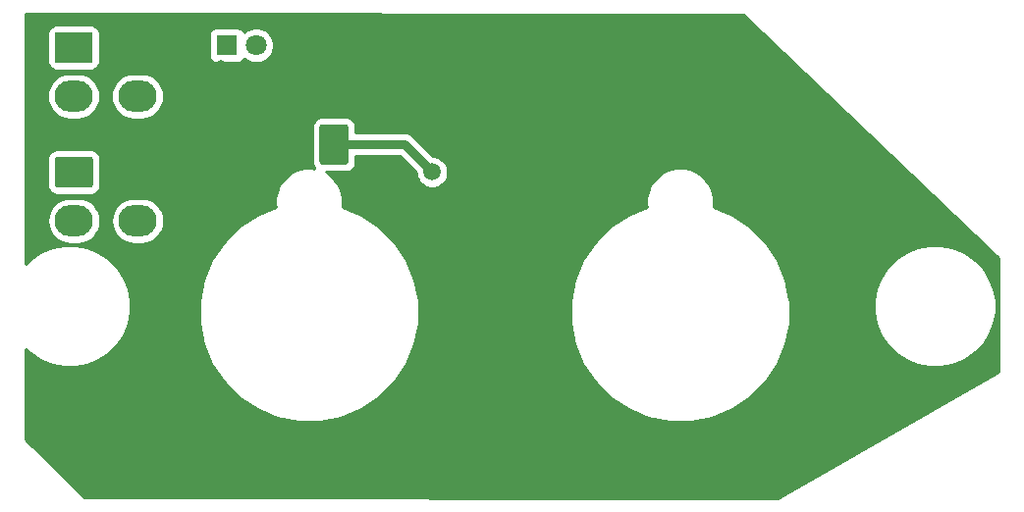
<source format=gbr>
G04 #@! TF.GenerationSoftware,KiCad,Pcbnew,(5.1.6)-1*
G04 #@! TF.CreationDate,2021-02-10T23:04:56+11:00*
G04 #@! TF.ProjectId,ANT SEL Panel PCB V2,414e5420-5345-44c2-9050-616e656c2050,rev?*
G04 #@! TF.SameCoordinates,Original*
G04 #@! TF.FileFunction,Copper,L2,Bot*
G04 #@! TF.FilePolarity,Positive*
%FSLAX46Y46*%
G04 Gerber Fmt 4.6, Leading zero omitted, Abs format (unit mm)*
G04 Created by KiCad (PCBNEW (5.1.6)-1) date 2021-02-10 23:04:56*
%MOMM*%
%LPD*%
G01*
G04 APERTURE LIST*
G04 #@! TA.AperFunction,ComponentPad*
%ADD10O,3.300000X2.700000*%
G04 #@! TD*
G04 #@! TA.AperFunction,ComponentPad*
%ADD11C,1.800000*%
G04 #@! TD*
G04 #@! TA.AperFunction,ComponentPad*
%ADD12R,1.800000X1.800000*%
G04 #@! TD*
G04 #@! TA.AperFunction,ViaPad*
%ADD13C,0.800000*%
G04 #@! TD*
G04 #@! TA.AperFunction,ViaPad*
%ADD14C,1.500000*%
G04 #@! TD*
G04 #@! TA.AperFunction,Conductor*
%ADD15C,0.750000*%
G04 #@! TD*
G04 #@! TA.AperFunction,Conductor*
%ADD16C,0.254000*%
G04 #@! TD*
G04 APERTURE END LIST*
D10*
G04 #@! TO.P,J2,4*
G04 #@! TO.N,/DATAOUT*
X87930620Y-56889760D03*
G04 #@! TO.P,J2,3*
G04 #@! TO.N,/LEDGND*
X87930620Y-52689760D03*
G04 #@! TO.P,J2,2*
G04 #@! TO.N,/LED+5V*
X82430620Y-56889760D03*
G04 #@! TO.P,J2,1*
G04 #@! TA.AperFunction,ComponentPad*
G36*
G01*
X81030621Y-51339760D02*
X83830619Y-51339760D01*
G75*
G02*
X84080620Y-51589761I0J-250001D01*
G01*
X84080620Y-53789759D01*
G75*
G02*
X83830619Y-54039760I-250001J0D01*
G01*
X81030621Y-54039760D01*
G75*
G02*
X80780620Y-53789759I0J250001D01*
G01*
X80780620Y-51589761D01*
G75*
G02*
X81030621Y-51339760I250001J0D01*
G01*
G37*
G04 #@! TD.AperFunction*
G04 #@! TD*
G04 #@! TO.P,J1,4*
G04 #@! TO.N,/DATAIN*
X87905220Y-46137940D03*
G04 #@! TO.P,J1,3*
G04 #@! TO.N,/LEDGND*
X87905220Y-41937940D03*
G04 #@! TO.P,J1,2*
G04 #@! TO.N,/LED+5V*
X82405220Y-46137940D03*
G04 #@! TO.P,J1,1*
G04 #@! TA.AperFunction,ComponentPad*
G36*
G01*
X81005221Y-40587940D02*
X83805219Y-40587940D01*
G75*
G02*
X84055220Y-40837941I0J-250001D01*
G01*
X84055220Y-43037939D01*
G75*
G02*
X83805219Y-43287940I-250001J0D01*
G01*
X81005221Y-43287940D01*
G75*
G02*
X80755220Y-43037939I0J250001D01*
G01*
X80755220Y-40837941D01*
G75*
G02*
X81005221Y-40587940I250001J0D01*
G01*
G37*
G04 #@! TD.AperFunction*
G04 #@! TD*
D11*
G04 #@! TO.P,D14,2*
G04 #@! TO.N,/LED+5V*
X98150000Y-41750000D03*
D12*
G04 #@! TO.P,D14,1*
G04 #@! TO.N,Net-(D14-Pad1)*
X95610000Y-41750000D03*
G04 #@! TD*
G04 #@! TO.P,C1,2*
G04 #@! TO.N,/LEDGND*
G04 #@! TA.AperFunction,SMDPad,CuDef*
G36*
G01*
X105850000Y-45550000D02*
X103850000Y-45550000D01*
G75*
G02*
X103600000Y-45300000I0J250000D01*
G01*
X103600000Y-42300000D01*
G75*
G02*
X103850000Y-42050000I250000J0D01*
G01*
X105850000Y-42050000D01*
G75*
G02*
X106100000Y-42300000I0J-250000D01*
G01*
X106100000Y-45300000D01*
G75*
G02*
X105850000Y-45550000I-250000J0D01*
G01*
G37*
G04 #@! TD.AperFunction*
G04 #@! TO.P,C1,1*
G04 #@! TO.N,/LED+5V*
G04 #@! TA.AperFunction,SMDPad,CuDef*
G36*
G01*
X105850000Y-52050000D02*
X103850000Y-52050000D01*
G75*
G02*
X103600000Y-51800000I0J250000D01*
G01*
X103600000Y-48800000D01*
G75*
G02*
X103850000Y-48550000I250000J0D01*
G01*
X105850000Y-48550000D01*
G75*
G02*
X106100000Y-48800000I0J-250000D01*
G01*
X106100000Y-51800000D01*
G75*
G02*
X105850000Y-52050000I-250000J0D01*
G01*
G37*
G04 #@! TD.AperFunction*
G04 #@! TD*
D13*
G04 #@! TO.N,/LEDGND*
X112524240Y-47086820D03*
X112623600Y-44361100D03*
X120291860Y-44602400D03*
X127589280Y-44663360D03*
X138897360Y-50360580D03*
X144447260Y-56715660D03*
X133728460Y-78181200D03*
X110837980Y-77518260D03*
X101510200Y-78842500D03*
X93078300Y-72771000D03*
X97840800Y-46743620D03*
X104294940Y-46222920D03*
X127073660Y-51531520D03*
X95074740Y-43426380D03*
X144505680Y-76344780D03*
D14*
G04 #@! TO.N,/LED+5V*
X113309400Y-52677060D03*
G04 #@! TD*
D15*
G04 #@! TO.N,/LED+5V*
X104850000Y-50300000D02*
X104850000Y-50910560D01*
X104850000Y-50300000D02*
X110932340Y-50300000D01*
X110932340Y-50300000D02*
X113309400Y-52677060D01*
X113309400Y-52677060D02*
X113309400Y-52677060D01*
G04 #@! TD*
D16*
G04 #@! TO.N,/LEDGND*
G36*
X140174330Y-39109453D02*
G01*
X162129000Y-60134851D01*
X162129001Y-69910574D01*
X143073640Y-80848846D01*
X83341063Y-80798439D01*
X78285000Y-75765351D01*
X78285000Y-67942907D01*
X78696679Y-68354586D01*
X79560973Y-68932090D01*
X80521326Y-69329881D01*
X81540831Y-69532673D01*
X82580309Y-69532673D01*
X83599814Y-69329881D01*
X84560167Y-68932090D01*
X85424461Y-68354586D01*
X86159483Y-67619564D01*
X86736987Y-66755270D01*
X87134778Y-65794917D01*
X87337570Y-64775412D01*
X87337570Y-63830270D01*
X93221070Y-63830270D01*
X93221070Y-65697076D01*
X93585266Y-67528012D01*
X94299662Y-69252716D01*
X95336804Y-70804908D01*
X96656835Y-72124939D01*
X98209027Y-73162081D01*
X99933731Y-73876477D01*
X101764667Y-74240673D01*
X103631473Y-74240673D01*
X105462409Y-73876477D01*
X107187113Y-73162081D01*
X108739305Y-72124939D01*
X110059336Y-70804908D01*
X111096478Y-69252716D01*
X111810874Y-67528012D01*
X112175070Y-65697076D01*
X112175070Y-63830270D01*
X125225070Y-63830270D01*
X125225070Y-65697076D01*
X125589266Y-67528012D01*
X126303662Y-69252716D01*
X127340804Y-70804908D01*
X128660835Y-72124939D01*
X130213027Y-73162081D01*
X131937731Y-73876477D01*
X133768667Y-74240673D01*
X135635473Y-74240673D01*
X137466409Y-73876477D01*
X139191113Y-73162081D01*
X140743305Y-72124939D01*
X142063336Y-70804908D01*
X143100478Y-69252716D01*
X143814874Y-67528012D01*
X144179070Y-65697076D01*
X144179070Y-63830270D01*
X144160306Y-63735934D01*
X151396070Y-63735934D01*
X151396070Y-64775412D01*
X151598862Y-65794917D01*
X151996653Y-66755270D01*
X152574157Y-67619564D01*
X153309179Y-68354586D01*
X154173473Y-68932090D01*
X155133826Y-69329881D01*
X156153331Y-69532673D01*
X157192809Y-69532673D01*
X158212314Y-69329881D01*
X159172667Y-68932090D01*
X160036961Y-68354586D01*
X160771983Y-67619564D01*
X161349487Y-66755270D01*
X161747278Y-65794917D01*
X161950070Y-64775412D01*
X161950070Y-63735934D01*
X161747278Y-62716429D01*
X161349487Y-61756076D01*
X160771983Y-60891782D01*
X160036961Y-60156760D01*
X159172667Y-59579256D01*
X158212314Y-59181465D01*
X157192809Y-58978673D01*
X156153331Y-58978673D01*
X155133826Y-59181465D01*
X154173473Y-59579256D01*
X153309179Y-60156760D01*
X152574157Y-60891782D01*
X151996653Y-61756076D01*
X151598862Y-62716429D01*
X151396070Y-63735934D01*
X144160306Y-63735934D01*
X143814874Y-61999334D01*
X143100478Y-60274630D01*
X142063336Y-58722438D01*
X140743305Y-57402407D01*
X139191113Y-56365265D01*
X137580729Y-55698222D01*
X137615070Y-55525578D01*
X137615070Y-54951768D01*
X137503125Y-54388982D01*
X137283537Y-53858850D01*
X136964745Y-53381744D01*
X136558999Y-52975998D01*
X136081893Y-52657206D01*
X135551761Y-52437618D01*
X134988975Y-52325673D01*
X134415165Y-52325673D01*
X133852379Y-52437618D01*
X133322247Y-52657206D01*
X132845141Y-52975998D01*
X132439395Y-53381744D01*
X132120603Y-53858850D01*
X131901015Y-54388982D01*
X131789070Y-54951768D01*
X131789070Y-55525578D01*
X131823411Y-55698222D01*
X130213027Y-56365265D01*
X128660835Y-57402407D01*
X127340804Y-58722438D01*
X126303662Y-60274630D01*
X125589266Y-61999334D01*
X125225070Y-63830270D01*
X112175070Y-63830270D01*
X111810874Y-61999334D01*
X111096478Y-60274630D01*
X110059336Y-58722438D01*
X108739305Y-57402407D01*
X107187113Y-56365265D01*
X105576729Y-55698222D01*
X105611070Y-55525578D01*
X105611070Y-54951768D01*
X105499125Y-54388982D01*
X105279537Y-53858850D01*
X104960745Y-53381744D01*
X104554999Y-52975998D01*
X104124087Y-52688072D01*
X105850000Y-52688072D01*
X106023254Y-52671008D01*
X106189850Y-52620472D01*
X106343386Y-52538405D01*
X106477962Y-52427962D01*
X106588405Y-52293386D01*
X106670472Y-52139850D01*
X106721008Y-51973254D01*
X106738072Y-51800000D01*
X106738072Y-51310000D01*
X110513985Y-51310000D01*
X111924400Y-52720416D01*
X111924400Y-52813471D01*
X111977625Y-53081049D01*
X112082029Y-53333103D01*
X112233601Y-53559946D01*
X112426514Y-53752859D01*
X112653357Y-53904431D01*
X112905411Y-54008835D01*
X113172989Y-54062060D01*
X113445811Y-54062060D01*
X113713389Y-54008835D01*
X113965443Y-53904431D01*
X114192286Y-53752859D01*
X114385199Y-53559946D01*
X114536771Y-53333103D01*
X114641175Y-53081049D01*
X114694400Y-52813471D01*
X114694400Y-52540649D01*
X114641175Y-52273071D01*
X114536771Y-52021017D01*
X114385199Y-51794174D01*
X114192286Y-51601261D01*
X113965443Y-51449689D01*
X113713389Y-51345285D01*
X113445811Y-51292060D01*
X113352756Y-51292060D01*
X111681601Y-49620906D01*
X111649973Y-49582367D01*
X111496180Y-49456153D01*
X111320720Y-49362368D01*
X111130334Y-49304615D01*
X110981948Y-49290000D01*
X110932340Y-49285114D01*
X110882732Y-49290000D01*
X106738072Y-49290000D01*
X106738072Y-48800000D01*
X106721008Y-48626746D01*
X106670472Y-48460150D01*
X106588405Y-48306614D01*
X106477962Y-48172038D01*
X106343386Y-48061595D01*
X106189850Y-47979528D01*
X106023254Y-47928992D01*
X105850000Y-47911928D01*
X103850000Y-47911928D01*
X103676746Y-47928992D01*
X103510150Y-47979528D01*
X103356614Y-48061595D01*
X103222038Y-48172038D01*
X103111595Y-48306614D01*
X103029528Y-48460150D01*
X102978992Y-48626746D01*
X102961928Y-48800000D01*
X102961928Y-51800000D01*
X102978992Y-51973254D01*
X103029528Y-52139850D01*
X103111595Y-52293386D01*
X103167964Y-52362072D01*
X102984975Y-52325673D01*
X102411165Y-52325673D01*
X101848379Y-52437618D01*
X101318247Y-52657206D01*
X100841141Y-52975998D01*
X100435395Y-53381744D01*
X100116603Y-53858850D01*
X99897015Y-54388982D01*
X99785070Y-54951768D01*
X99785070Y-55525578D01*
X99819411Y-55698222D01*
X98209027Y-56365265D01*
X96656835Y-57402407D01*
X95336804Y-58722438D01*
X94299662Y-60274630D01*
X93585266Y-61999334D01*
X93221070Y-63830270D01*
X87337570Y-63830270D01*
X87337570Y-63735934D01*
X87134778Y-62716429D01*
X86736987Y-61756076D01*
X86159483Y-60891782D01*
X85424461Y-60156760D01*
X84560167Y-59579256D01*
X83599814Y-59181465D01*
X82580309Y-58978673D01*
X81540831Y-58978673D01*
X80521326Y-59181465D01*
X79560973Y-59579256D01*
X78696679Y-60156760D01*
X78285000Y-60568439D01*
X78285000Y-56889760D01*
X80136016Y-56889760D01*
X80174342Y-57278888D01*
X80287846Y-57653062D01*
X80472167Y-57997903D01*
X80720222Y-58300158D01*
X81022477Y-58548213D01*
X81367318Y-58732534D01*
X81741492Y-58846038D01*
X82033110Y-58874760D01*
X82828130Y-58874760D01*
X83119748Y-58846038D01*
X83493922Y-58732534D01*
X83838763Y-58548213D01*
X84141018Y-58300158D01*
X84389073Y-57997903D01*
X84573394Y-57653062D01*
X84686898Y-57278888D01*
X84725224Y-56889760D01*
X85636016Y-56889760D01*
X85674342Y-57278888D01*
X85787846Y-57653062D01*
X85972167Y-57997903D01*
X86220222Y-58300158D01*
X86522477Y-58548213D01*
X86867318Y-58732534D01*
X87241492Y-58846038D01*
X87533110Y-58874760D01*
X88328130Y-58874760D01*
X88619748Y-58846038D01*
X88993922Y-58732534D01*
X89338763Y-58548213D01*
X89641018Y-58300158D01*
X89889073Y-57997903D01*
X90073394Y-57653062D01*
X90186898Y-57278888D01*
X90225224Y-56889760D01*
X90186898Y-56500632D01*
X90073394Y-56126458D01*
X89889073Y-55781617D01*
X89641018Y-55479362D01*
X89338763Y-55231307D01*
X88993922Y-55046986D01*
X88619748Y-54933482D01*
X88328130Y-54904760D01*
X87533110Y-54904760D01*
X87241492Y-54933482D01*
X86867318Y-55046986D01*
X86522477Y-55231307D01*
X86220222Y-55479362D01*
X85972167Y-55781617D01*
X85787846Y-56126458D01*
X85674342Y-56500632D01*
X85636016Y-56889760D01*
X84725224Y-56889760D01*
X84686898Y-56500632D01*
X84573394Y-56126458D01*
X84389073Y-55781617D01*
X84141018Y-55479362D01*
X83838763Y-55231307D01*
X83493922Y-55046986D01*
X83119748Y-54933482D01*
X82828130Y-54904760D01*
X82033110Y-54904760D01*
X81741492Y-54933482D01*
X81367318Y-55046986D01*
X81022477Y-55231307D01*
X80720222Y-55479362D01*
X80472167Y-55781617D01*
X80287846Y-56126458D01*
X80174342Y-56500632D01*
X80136016Y-56889760D01*
X78285000Y-56889760D01*
X78285000Y-51589761D01*
X80142548Y-51589761D01*
X80142548Y-53789759D01*
X80159612Y-53963013D01*
X80210149Y-54129610D01*
X80292215Y-54283146D01*
X80402659Y-54417721D01*
X80537234Y-54528165D01*
X80690770Y-54610231D01*
X80857367Y-54660768D01*
X81030621Y-54677832D01*
X83830619Y-54677832D01*
X84003873Y-54660768D01*
X84170470Y-54610231D01*
X84324006Y-54528165D01*
X84458581Y-54417721D01*
X84569025Y-54283146D01*
X84651091Y-54129610D01*
X84701628Y-53963013D01*
X84718692Y-53789759D01*
X84718692Y-51589761D01*
X84701628Y-51416507D01*
X84651091Y-51249910D01*
X84569025Y-51096374D01*
X84458581Y-50961799D01*
X84324006Y-50851355D01*
X84170470Y-50769289D01*
X84003873Y-50718752D01*
X83830619Y-50701688D01*
X81030621Y-50701688D01*
X80857367Y-50718752D01*
X80690770Y-50769289D01*
X80537234Y-50851355D01*
X80402659Y-50961799D01*
X80292215Y-51096374D01*
X80210149Y-51249910D01*
X80159612Y-51416507D01*
X80142548Y-51589761D01*
X78285000Y-51589761D01*
X78285000Y-46137940D01*
X80110616Y-46137940D01*
X80148942Y-46527068D01*
X80262446Y-46901242D01*
X80446767Y-47246083D01*
X80694822Y-47548338D01*
X80997077Y-47796393D01*
X81341918Y-47980714D01*
X81716092Y-48094218D01*
X82007710Y-48122940D01*
X82802730Y-48122940D01*
X83094348Y-48094218D01*
X83468522Y-47980714D01*
X83813363Y-47796393D01*
X84115618Y-47548338D01*
X84363673Y-47246083D01*
X84547994Y-46901242D01*
X84661498Y-46527068D01*
X84699824Y-46137940D01*
X85610616Y-46137940D01*
X85648942Y-46527068D01*
X85762446Y-46901242D01*
X85946767Y-47246083D01*
X86194822Y-47548338D01*
X86497077Y-47796393D01*
X86841918Y-47980714D01*
X87216092Y-48094218D01*
X87507710Y-48122940D01*
X88302730Y-48122940D01*
X88594348Y-48094218D01*
X88968522Y-47980714D01*
X89313363Y-47796393D01*
X89615618Y-47548338D01*
X89863673Y-47246083D01*
X90047994Y-46901242D01*
X90161498Y-46527068D01*
X90199824Y-46137940D01*
X90161498Y-45748812D01*
X90047994Y-45374638D01*
X89863673Y-45029797D01*
X89615618Y-44727542D01*
X89313363Y-44479487D01*
X88968522Y-44295166D01*
X88594348Y-44181662D01*
X88302730Y-44152940D01*
X87507710Y-44152940D01*
X87216092Y-44181662D01*
X86841918Y-44295166D01*
X86497077Y-44479487D01*
X86194822Y-44727542D01*
X85946767Y-45029797D01*
X85762446Y-45374638D01*
X85648942Y-45748812D01*
X85610616Y-46137940D01*
X84699824Y-46137940D01*
X84661498Y-45748812D01*
X84547994Y-45374638D01*
X84363673Y-45029797D01*
X84115618Y-44727542D01*
X83813363Y-44479487D01*
X83468522Y-44295166D01*
X83094348Y-44181662D01*
X82802730Y-44152940D01*
X82007710Y-44152940D01*
X81716092Y-44181662D01*
X81341918Y-44295166D01*
X80997077Y-44479487D01*
X80694822Y-44727542D01*
X80446767Y-45029797D01*
X80262446Y-45374638D01*
X80148942Y-45748812D01*
X80110616Y-46137940D01*
X78285000Y-46137940D01*
X78285000Y-40837941D01*
X80117148Y-40837941D01*
X80117148Y-43037939D01*
X80134212Y-43211193D01*
X80184749Y-43377790D01*
X80266815Y-43531326D01*
X80377259Y-43665901D01*
X80511834Y-43776345D01*
X80665370Y-43858411D01*
X80831967Y-43908948D01*
X81005221Y-43926012D01*
X83805219Y-43926012D01*
X83978473Y-43908948D01*
X84145070Y-43858411D01*
X84298606Y-43776345D01*
X84433181Y-43665901D01*
X84543625Y-43531326D01*
X84625691Y-43377790D01*
X84676228Y-43211193D01*
X84693292Y-43037939D01*
X84693292Y-40850000D01*
X94071928Y-40850000D01*
X94071928Y-42650000D01*
X94084188Y-42774482D01*
X94120498Y-42894180D01*
X94179463Y-43004494D01*
X94258815Y-43101185D01*
X94355506Y-43180537D01*
X94465820Y-43239502D01*
X94585518Y-43275812D01*
X94710000Y-43288072D01*
X96510000Y-43288072D01*
X96634482Y-43275812D01*
X96754180Y-43239502D01*
X96864494Y-43180537D01*
X96961185Y-43101185D01*
X97040537Y-43004494D01*
X97099502Y-42894180D01*
X97105056Y-42875873D01*
X97171495Y-42942312D01*
X97422905Y-43110299D01*
X97702257Y-43226011D01*
X97998816Y-43285000D01*
X98301184Y-43285000D01*
X98597743Y-43226011D01*
X98877095Y-43110299D01*
X99128505Y-42942312D01*
X99342312Y-42728505D01*
X99510299Y-42477095D01*
X99626011Y-42197743D01*
X99685000Y-41901184D01*
X99685000Y-41598816D01*
X99626011Y-41302257D01*
X99510299Y-41022905D01*
X99342312Y-40771495D01*
X99128505Y-40557688D01*
X98877095Y-40389701D01*
X98597743Y-40273989D01*
X98301184Y-40215000D01*
X97998816Y-40215000D01*
X97702257Y-40273989D01*
X97422905Y-40389701D01*
X97171495Y-40557688D01*
X97105056Y-40624127D01*
X97099502Y-40605820D01*
X97040537Y-40495506D01*
X96961185Y-40398815D01*
X96864494Y-40319463D01*
X96754180Y-40260498D01*
X96634482Y-40224188D01*
X96510000Y-40211928D01*
X94710000Y-40211928D01*
X94585518Y-40224188D01*
X94465820Y-40260498D01*
X94355506Y-40319463D01*
X94258815Y-40398815D01*
X94179463Y-40495506D01*
X94120498Y-40605820D01*
X94084188Y-40725518D01*
X94071928Y-40850000D01*
X84693292Y-40850000D01*
X84693292Y-40837941D01*
X84676228Y-40664687D01*
X84625691Y-40498090D01*
X84543625Y-40344554D01*
X84433181Y-40209979D01*
X84298606Y-40099535D01*
X84145070Y-40017469D01*
X83978473Y-39966932D01*
X83805219Y-39949868D01*
X81005221Y-39949868D01*
X80831967Y-39966932D01*
X80665370Y-40017469D01*
X80511834Y-40099535D01*
X80377259Y-40209979D01*
X80266815Y-40344554D01*
X80184749Y-40498090D01*
X80134212Y-40664687D01*
X80117148Y-40837941D01*
X78285000Y-40837941D01*
X78285000Y-38986363D01*
X140174330Y-39109453D01*
G37*
X140174330Y-39109453D02*
X162129000Y-60134851D01*
X162129001Y-69910574D01*
X143073640Y-80848846D01*
X83341063Y-80798439D01*
X78285000Y-75765351D01*
X78285000Y-67942907D01*
X78696679Y-68354586D01*
X79560973Y-68932090D01*
X80521326Y-69329881D01*
X81540831Y-69532673D01*
X82580309Y-69532673D01*
X83599814Y-69329881D01*
X84560167Y-68932090D01*
X85424461Y-68354586D01*
X86159483Y-67619564D01*
X86736987Y-66755270D01*
X87134778Y-65794917D01*
X87337570Y-64775412D01*
X87337570Y-63830270D01*
X93221070Y-63830270D01*
X93221070Y-65697076D01*
X93585266Y-67528012D01*
X94299662Y-69252716D01*
X95336804Y-70804908D01*
X96656835Y-72124939D01*
X98209027Y-73162081D01*
X99933731Y-73876477D01*
X101764667Y-74240673D01*
X103631473Y-74240673D01*
X105462409Y-73876477D01*
X107187113Y-73162081D01*
X108739305Y-72124939D01*
X110059336Y-70804908D01*
X111096478Y-69252716D01*
X111810874Y-67528012D01*
X112175070Y-65697076D01*
X112175070Y-63830270D01*
X125225070Y-63830270D01*
X125225070Y-65697076D01*
X125589266Y-67528012D01*
X126303662Y-69252716D01*
X127340804Y-70804908D01*
X128660835Y-72124939D01*
X130213027Y-73162081D01*
X131937731Y-73876477D01*
X133768667Y-74240673D01*
X135635473Y-74240673D01*
X137466409Y-73876477D01*
X139191113Y-73162081D01*
X140743305Y-72124939D01*
X142063336Y-70804908D01*
X143100478Y-69252716D01*
X143814874Y-67528012D01*
X144179070Y-65697076D01*
X144179070Y-63830270D01*
X144160306Y-63735934D01*
X151396070Y-63735934D01*
X151396070Y-64775412D01*
X151598862Y-65794917D01*
X151996653Y-66755270D01*
X152574157Y-67619564D01*
X153309179Y-68354586D01*
X154173473Y-68932090D01*
X155133826Y-69329881D01*
X156153331Y-69532673D01*
X157192809Y-69532673D01*
X158212314Y-69329881D01*
X159172667Y-68932090D01*
X160036961Y-68354586D01*
X160771983Y-67619564D01*
X161349487Y-66755270D01*
X161747278Y-65794917D01*
X161950070Y-64775412D01*
X161950070Y-63735934D01*
X161747278Y-62716429D01*
X161349487Y-61756076D01*
X160771983Y-60891782D01*
X160036961Y-60156760D01*
X159172667Y-59579256D01*
X158212314Y-59181465D01*
X157192809Y-58978673D01*
X156153331Y-58978673D01*
X155133826Y-59181465D01*
X154173473Y-59579256D01*
X153309179Y-60156760D01*
X152574157Y-60891782D01*
X151996653Y-61756076D01*
X151598862Y-62716429D01*
X151396070Y-63735934D01*
X144160306Y-63735934D01*
X143814874Y-61999334D01*
X143100478Y-60274630D01*
X142063336Y-58722438D01*
X140743305Y-57402407D01*
X139191113Y-56365265D01*
X137580729Y-55698222D01*
X137615070Y-55525578D01*
X137615070Y-54951768D01*
X137503125Y-54388982D01*
X137283537Y-53858850D01*
X136964745Y-53381744D01*
X136558999Y-52975998D01*
X136081893Y-52657206D01*
X135551761Y-52437618D01*
X134988975Y-52325673D01*
X134415165Y-52325673D01*
X133852379Y-52437618D01*
X133322247Y-52657206D01*
X132845141Y-52975998D01*
X132439395Y-53381744D01*
X132120603Y-53858850D01*
X131901015Y-54388982D01*
X131789070Y-54951768D01*
X131789070Y-55525578D01*
X131823411Y-55698222D01*
X130213027Y-56365265D01*
X128660835Y-57402407D01*
X127340804Y-58722438D01*
X126303662Y-60274630D01*
X125589266Y-61999334D01*
X125225070Y-63830270D01*
X112175070Y-63830270D01*
X111810874Y-61999334D01*
X111096478Y-60274630D01*
X110059336Y-58722438D01*
X108739305Y-57402407D01*
X107187113Y-56365265D01*
X105576729Y-55698222D01*
X105611070Y-55525578D01*
X105611070Y-54951768D01*
X105499125Y-54388982D01*
X105279537Y-53858850D01*
X104960745Y-53381744D01*
X104554999Y-52975998D01*
X104124087Y-52688072D01*
X105850000Y-52688072D01*
X106023254Y-52671008D01*
X106189850Y-52620472D01*
X106343386Y-52538405D01*
X106477962Y-52427962D01*
X106588405Y-52293386D01*
X106670472Y-52139850D01*
X106721008Y-51973254D01*
X106738072Y-51800000D01*
X106738072Y-51310000D01*
X110513985Y-51310000D01*
X111924400Y-52720416D01*
X111924400Y-52813471D01*
X111977625Y-53081049D01*
X112082029Y-53333103D01*
X112233601Y-53559946D01*
X112426514Y-53752859D01*
X112653357Y-53904431D01*
X112905411Y-54008835D01*
X113172989Y-54062060D01*
X113445811Y-54062060D01*
X113713389Y-54008835D01*
X113965443Y-53904431D01*
X114192286Y-53752859D01*
X114385199Y-53559946D01*
X114536771Y-53333103D01*
X114641175Y-53081049D01*
X114694400Y-52813471D01*
X114694400Y-52540649D01*
X114641175Y-52273071D01*
X114536771Y-52021017D01*
X114385199Y-51794174D01*
X114192286Y-51601261D01*
X113965443Y-51449689D01*
X113713389Y-51345285D01*
X113445811Y-51292060D01*
X113352756Y-51292060D01*
X111681601Y-49620906D01*
X111649973Y-49582367D01*
X111496180Y-49456153D01*
X111320720Y-49362368D01*
X111130334Y-49304615D01*
X110981948Y-49290000D01*
X110932340Y-49285114D01*
X110882732Y-49290000D01*
X106738072Y-49290000D01*
X106738072Y-48800000D01*
X106721008Y-48626746D01*
X106670472Y-48460150D01*
X106588405Y-48306614D01*
X106477962Y-48172038D01*
X106343386Y-48061595D01*
X106189850Y-47979528D01*
X106023254Y-47928992D01*
X105850000Y-47911928D01*
X103850000Y-47911928D01*
X103676746Y-47928992D01*
X103510150Y-47979528D01*
X103356614Y-48061595D01*
X103222038Y-48172038D01*
X103111595Y-48306614D01*
X103029528Y-48460150D01*
X102978992Y-48626746D01*
X102961928Y-48800000D01*
X102961928Y-51800000D01*
X102978992Y-51973254D01*
X103029528Y-52139850D01*
X103111595Y-52293386D01*
X103167964Y-52362072D01*
X102984975Y-52325673D01*
X102411165Y-52325673D01*
X101848379Y-52437618D01*
X101318247Y-52657206D01*
X100841141Y-52975998D01*
X100435395Y-53381744D01*
X100116603Y-53858850D01*
X99897015Y-54388982D01*
X99785070Y-54951768D01*
X99785070Y-55525578D01*
X99819411Y-55698222D01*
X98209027Y-56365265D01*
X96656835Y-57402407D01*
X95336804Y-58722438D01*
X94299662Y-60274630D01*
X93585266Y-61999334D01*
X93221070Y-63830270D01*
X87337570Y-63830270D01*
X87337570Y-63735934D01*
X87134778Y-62716429D01*
X86736987Y-61756076D01*
X86159483Y-60891782D01*
X85424461Y-60156760D01*
X84560167Y-59579256D01*
X83599814Y-59181465D01*
X82580309Y-58978673D01*
X81540831Y-58978673D01*
X80521326Y-59181465D01*
X79560973Y-59579256D01*
X78696679Y-60156760D01*
X78285000Y-60568439D01*
X78285000Y-56889760D01*
X80136016Y-56889760D01*
X80174342Y-57278888D01*
X80287846Y-57653062D01*
X80472167Y-57997903D01*
X80720222Y-58300158D01*
X81022477Y-58548213D01*
X81367318Y-58732534D01*
X81741492Y-58846038D01*
X82033110Y-58874760D01*
X82828130Y-58874760D01*
X83119748Y-58846038D01*
X83493922Y-58732534D01*
X83838763Y-58548213D01*
X84141018Y-58300158D01*
X84389073Y-57997903D01*
X84573394Y-57653062D01*
X84686898Y-57278888D01*
X84725224Y-56889760D01*
X85636016Y-56889760D01*
X85674342Y-57278888D01*
X85787846Y-57653062D01*
X85972167Y-57997903D01*
X86220222Y-58300158D01*
X86522477Y-58548213D01*
X86867318Y-58732534D01*
X87241492Y-58846038D01*
X87533110Y-58874760D01*
X88328130Y-58874760D01*
X88619748Y-58846038D01*
X88993922Y-58732534D01*
X89338763Y-58548213D01*
X89641018Y-58300158D01*
X89889073Y-57997903D01*
X90073394Y-57653062D01*
X90186898Y-57278888D01*
X90225224Y-56889760D01*
X90186898Y-56500632D01*
X90073394Y-56126458D01*
X89889073Y-55781617D01*
X89641018Y-55479362D01*
X89338763Y-55231307D01*
X88993922Y-55046986D01*
X88619748Y-54933482D01*
X88328130Y-54904760D01*
X87533110Y-54904760D01*
X87241492Y-54933482D01*
X86867318Y-55046986D01*
X86522477Y-55231307D01*
X86220222Y-55479362D01*
X85972167Y-55781617D01*
X85787846Y-56126458D01*
X85674342Y-56500632D01*
X85636016Y-56889760D01*
X84725224Y-56889760D01*
X84686898Y-56500632D01*
X84573394Y-56126458D01*
X84389073Y-55781617D01*
X84141018Y-55479362D01*
X83838763Y-55231307D01*
X83493922Y-55046986D01*
X83119748Y-54933482D01*
X82828130Y-54904760D01*
X82033110Y-54904760D01*
X81741492Y-54933482D01*
X81367318Y-55046986D01*
X81022477Y-55231307D01*
X80720222Y-55479362D01*
X80472167Y-55781617D01*
X80287846Y-56126458D01*
X80174342Y-56500632D01*
X80136016Y-56889760D01*
X78285000Y-56889760D01*
X78285000Y-51589761D01*
X80142548Y-51589761D01*
X80142548Y-53789759D01*
X80159612Y-53963013D01*
X80210149Y-54129610D01*
X80292215Y-54283146D01*
X80402659Y-54417721D01*
X80537234Y-54528165D01*
X80690770Y-54610231D01*
X80857367Y-54660768D01*
X81030621Y-54677832D01*
X83830619Y-54677832D01*
X84003873Y-54660768D01*
X84170470Y-54610231D01*
X84324006Y-54528165D01*
X84458581Y-54417721D01*
X84569025Y-54283146D01*
X84651091Y-54129610D01*
X84701628Y-53963013D01*
X84718692Y-53789759D01*
X84718692Y-51589761D01*
X84701628Y-51416507D01*
X84651091Y-51249910D01*
X84569025Y-51096374D01*
X84458581Y-50961799D01*
X84324006Y-50851355D01*
X84170470Y-50769289D01*
X84003873Y-50718752D01*
X83830619Y-50701688D01*
X81030621Y-50701688D01*
X80857367Y-50718752D01*
X80690770Y-50769289D01*
X80537234Y-50851355D01*
X80402659Y-50961799D01*
X80292215Y-51096374D01*
X80210149Y-51249910D01*
X80159612Y-51416507D01*
X80142548Y-51589761D01*
X78285000Y-51589761D01*
X78285000Y-46137940D01*
X80110616Y-46137940D01*
X80148942Y-46527068D01*
X80262446Y-46901242D01*
X80446767Y-47246083D01*
X80694822Y-47548338D01*
X80997077Y-47796393D01*
X81341918Y-47980714D01*
X81716092Y-48094218D01*
X82007710Y-48122940D01*
X82802730Y-48122940D01*
X83094348Y-48094218D01*
X83468522Y-47980714D01*
X83813363Y-47796393D01*
X84115618Y-47548338D01*
X84363673Y-47246083D01*
X84547994Y-46901242D01*
X84661498Y-46527068D01*
X84699824Y-46137940D01*
X85610616Y-46137940D01*
X85648942Y-46527068D01*
X85762446Y-46901242D01*
X85946767Y-47246083D01*
X86194822Y-47548338D01*
X86497077Y-47796393D01*
X86841918Y-47980714D01*
X87216092Y-48094218D01*
X87507710Y-48122940D01*
X88302730Y-48122940D01*
X88594348Y-48094218D01*
X88968522Y-47980714D01*
X89313363Y-47796393D01*
X89615618Y-47548338D01*
X89863673Y-47246083D01*
X90047994Y-46901242D01*
X90161498Y-46527068D01*
X90199824Y-46137940D01*
X90161498Y-45748812D01*
X90047994Y-45374638D01*
X89863673Y-45029797D01*
X89615618Y-44727542D01*
X89313363Y-44479487D01*
X88968522Y-44295166D01*
X88594348Y-44181662D01*
X88302730Y-44152940D01*
X87507710Y-44152940D01*
X87216092Y-44181662D01*
X86841918Y-44295166D01*
X86497077Y-44479487D01*
X86194822Y-44727542D01*
X85946767Y-45029797D01*
X85762446Y-45374638D01*
X85648942Y-45748812D01*
X85610616Y-46137940D01*
X84699824Y-46137940D01*
X84661498Y-45748812D01*
X84547994Y-45374638D01*
X84363673Y-45029797D01*
X84115618Y-44727542D01*
X83813363Y-44479487D01*
X83468522Y-44295166D01*
X83094348Y-44181662D01*
X82802730Y-44152940D01*
X82007710Y-44152940D01*
X81716092Y-44181662D01*
X81341918Y-44295166D01*
X80997077Y-44479487D01*
X80694822Y-44727542D01*
X80446767Y-45029797D01*
X80262446Y-45374638D01*
X80148942Y-45748812D01*
X80110616Y-46137940D01*
X78285000Y-46137940D01*
X78285000Y-40837941D01*
X80117148Y-40837941D01*
X80117148Y-43037939D01*
X80134212Y-43211193D01*
X80184749Y-43377790D01*
X80266815Y-43531326D01*
X80377259Y-43665901D01*
X80511834Y-43776345D01*
X80665370Y-43858411D01*
X80831967Y-43908948D01*
X81005221Y-43926012D01*
X83805219Y-43926012D01*
X83978473Y-43908948D01*
X84145070Y-43858411D01*
X84298606Y-43776345D01*
X84433181Y-43665901D01*
X84543625Y-43531326D01*
X84625691Y-43377790D01*
X84676228Y-43211193D01*
X84693292Y-43037939D01*
X84693292Y-40850000D01*
X94071928Y-40850000D01*
X94071928Y-42650000D01*
X94084188Y-42774482D01*
X94120498Y-42894180D01*
X94179463Y-43004494D01*
X94258815Y-43101185D01*
X94355506Y-43180537D01*
X94465820Y-43239502D01*
X94585518Y-43275812D01*
X94710000Y-43288072D01*
X96510000Y-43288072D01*
X96634482Y-43275812D01*
X96754180Y-43239502D01*
X96864494Y-43180537D01*
X96961185Y-43101185D01*
X97040537Y-43004494D01*
X97099502Y-42894180D01*
X97105056Y-42875873D01*
X97171495Y-42942312D01*
X97422905Y-43110299D01*
X97702257Y-43226011D01*
X97998816Y-43285000D01*
X98301184Y-43285000D01*
X98597743Y-43226011D01*
X98877095Y-43110299D01*
X99128505Y-42942312D01*
X99342312Y-42728505D01*
X99510299Y-42477095D01*
X99626011Y-42197743D01*
X99685000Y-41901184D01*
X99685000Y-41598816D01*
X99626011Y-41302257D01*
X99510299Y-41022905D01*
X99342312Y-40771495D01*
X99128505Y-40557688D01*
X98877095Y-40389701D01*
X98597743Y-40273989D01*
X98301184Y-40215000D01*
X97998816Y-40215000D01*
X97702257Y-40273989D01*
X97422905Y-40389701D01*
X97171495Y-40557688D01*
X97105056Y-40624127D01*
X97099502Y-40605820D01*
X97040537Y-40495506D01*
X96961185Y-40398815D01*
X96864494Y-40319463D01*
X96754180Y-40260498D01*
X96634482Y-40224188D01*
X96510000Y-40211928D01*
X94710000Y-40211928D01*
X94585518Y-40224188D01*
X94465820Y-40260498D01*
X94355506Y-40319463D01*
X94258815Y-40398815D01*
X94179463Y-40495506D01*
X94120498Y-40605820D01*
X94084188Y-40725518D01*
X94071928Y-40850000D01*
X84693292Y-40850000D01*
X84693292Y-40837941D01*
X84676228Y-40664687D01*
X84625691Y-40498090D01*
X84543625Y-40344554D01*
X84433181Y-40209979D01*
X84298606Y-40099535D01*
X84145070Y-40017469D01*
X83978473Y-39966932D01*
X83805219Y-39949868D01*
X81005221Y-39949868D01*
X80831967Y-39966932D01*
X80665370Y-40017469D01*
X80511834Y-40099535D01*
X80377259Y-40209979D01*
X80266815Y-40344554D01*
X80184749Y-40498090D01*
X80134212Y-40664687D01*
X80117148Y-40837941D01*
X78285000Y-40837941D01*
X78285000Y-38986363D01*
X140174330Y-39109453D01*
G04 #@! TD*
M02*

</source>
